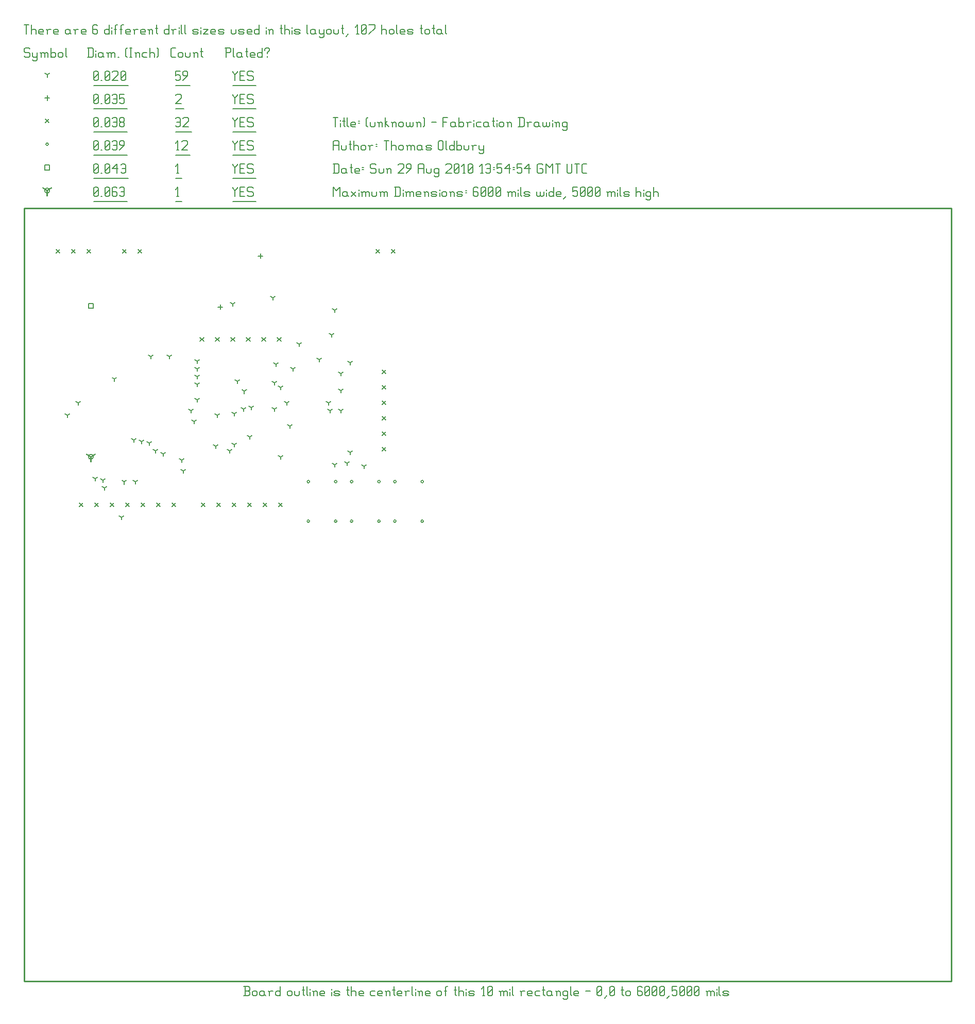
<source format=gbr>
G04 start of page 11 for group -3984 idx -3984 *
G04 Title: (unknown), fab *
G04 Creator: pcb 20091103 *
G04 CreationDate: Sun 29 Aug 2010 13:54:54 GMT UTC *
G04 For: thomas *
G04 Format: Gerber/RS-274X *
G04 PCB-Dimensions: 600000 500000 *
G04 PCB-Coordinate-Origin: lower left *
%MOIN*%
%FSLAX25Y25*%
%LNFAB*%
%ADD11C,0.0100*%
%ADD14C,0.0200*%
%ADD58R,0.0080X0.0080*%
%ADD59C,0.0060*%
G54D58*X43275Y339079D02*Y335879D01*
G54D14*G36*
X42728Y339226D02*X46194Y341226D01*
X46594Y340533D01*
X43128Y338533D01*
X42728Y339226D01*
G37*
G36*
X43421Y338533D02*X39955Y340533D01*
X40355Y341226D01*
X43821Y339226D01*
X43421Y338533D01*
G37*
G54D58*X41675Y339079D02*G75*G03X44875Y339079I1600J0D01*G01*
G75*G03X41675Y339079I-1600J0D01*G01*
X15000Y511250D02*Y508050D01*
G54D14*G36*
X14453Y511396D02*X17919Y513396D01*
X18319Y512703D01*
X14853Y510703D01*
X14453Y511396D01*
G37*
G36*
X15146Y510703D02*X11680Y512703D01*
X12080Y513396D01*
X15546Y511396D01*
X15146Y510703D01*
G37*
G54D58*X13400Y511250D02*G75*G03X16600Y511250I1600J0D01*G01*
G75*G03X13400Y511250I-1600J0D01*G01*
G54D59*X135000Y513500D02*Y512750D01*
X136500Y511250D01*
X138000Y512750D01*
Y513500D02*Y512750D01*
X136500Y511250D02*Y507500D01*
X139801Y510500D02*X142051D01*
X139801Y507500D02*X142801D01*
X139801Y513500D02*Y507500D01*
Y513500D02*X142801D01*
X147603D02*X148353Y512750D01*
X145353Y513500D02*X147603D01*
X144603Y512750D02*X145353Y513500D01*
X144603Y512750D02*Y511250D01*
X145353Y510500D01*
X147603D01*
X148353Y509750D01*
Y508250D01*
X147603Y507500D02*X148353Y508250D01*
X145353Y507500D02*X147603D01*
X144603Y508250D02*X145353Y507500D01*
X135000Y504249D02*X150154D01*
X98750Y507500D02*X100250D01*
X99500Y513500D02*Y507500D01*
X98000Y512000D02*X99500Y513500D01*
X98000Y504249D02*X102051D01*
X45000Y508250D02*X45750Y507500D01*
X45000Y512750D02*Y508250D01*
Y512750D02*X45750Y513500D01*
X47250D01*
X48000Y512750D01*
Y508250D01*
X47250Y507500D02*X48000Y508250D01*
X45750Y507500D02*X47250D01*
X45000Y509000D02*X48000Y512000D01*
X49801Y507500D02*X50551D01*
X52353Y508250D02*X53103Y507500D01*
X52353Y512750D02*Y508250D01*
Y512750D02*X53103Y513500D01*
X54603D01*
X55353Y512750D01*
Y508250D01*
X54603Y507500D02*X55353Y508250D01*
X53103Y507500D02*X54603D01*
X52353Y509000D02*X55353Y512000D01*
X59404Y513500D02*X60154Y512750D01*
X57904Y513500D02*X59404D01*
X57154Y512750D02*X57904Y513500D01*
X57154Y512750D02*Y508250D01*
X57904Y507500D01*
X59404Y510500D02*X60154Y509750D01*
X57154Y510500D02*X59404D01*
X57904Y507500D02*X59404D01*
X60154Y508250D01*
Y509750D02*Y508250D01*
X61956Y512750D02*X62706Y513500D01*
X64206D01*
X64956Y512750D01*
Y508250D01*
X64206Y507500D02*X64956Y508250D01*
X62706Y507500D02*X64206D01*
X61956Y508250D02*X62706Y507500D01*
Y510500D02*X64956D01*
X45000Y504249D02*X66757D01*
X41675Y438317D02*X44875D01*
X41675D02*Y435117D01*
X44875D01*
Y438317D02*Y435117D01*
X13400Y527850D02*X16600D01*
X13400D02*Y524650D01*
X16600D01*
Y527850D02*Y524650D01*
X135000Y528500D02*Y527750D01*
X136500Y526250D01*
X138000Y527750D01*
Y528500D02*Y527750D01*
X136500Y526250D02*Y522500D01*
X139801Y525500D02*X142051D01*
X139801Y522500D02*X142801D01*
X139801Y528500D02*Y522500D01*
Y528500D02*X142801D01*
X147603D02*X148353Y527750D01*
X145353Y528500D02*X147603D01*
X144603Y527750D02*X145353Y528500D01*
X144603Y527750D02*Y526250D01*
X145353Y525500D01*
X147603D01*
X148353Y524750D01*
Y523250D01*
X147603Y522500D02*X148353Y523250D01*
X145353Y522500D02*X147603D01*
X144603Y523250D02*X145353Y522500D01*
X135000Y519249D02*X150154D01*
X98750Y522500D02*X100250D01*
X99500Y528500D02*Y522500D01*
X98000Y527000D02*X99500Y528500D01*
X98000Y519249D02*X102051D01*
X45000Y523250D02*X45750Y522500D01*
X45000Y527750D02*Y523250D01*
Y527750D02*X45750Y528500D01*
X47250D01*
X48000Y527750D01*
Y523250D01*
X47250Y522500D02*X48000Y523250D01*
X45750Y522500D02*X47250D01*
X45000Y524000D02*X48000Y527000D01*
X49801Y522500D02*X50551D01*
X52353Y523250D02*X53103Y522500D01*
X52353Y527750D02*Y523250D01*
Y527750D02*X53103Y528500D01*
X54603D01*
X55353Y527750D01*
Y523250D01*
X54603Y522500D02*X55353Y523250D01*
X53103Y522500D02*X54603D01*
X52353Y524000D02*X55353Y527000D01*
X57154Y525500D02*X60154Y528500D01*
X57154Y525500D02*X60904D01*
X60154Y528500D02*Y522500D01*
X62706Y527750D02*X63456Y528500D01*
X64956D01*
X65706Y527750D01*
Y523250D01*
X64956Y522500D02*X65706Y523250D01*
X63456Y522500D02*X64956D01*
X62706Y523250D02*X63456Y522500D01*
Y525500D02*X65706D01*
X45000Y519249D02*X67507D01*
X183200Y323000D02*G75*G03X184800Y323000I800J0D01*G01*
G75*G03X183200Y323000I-800J0D01*G01*
X200917Y297409D02*G75*G03X202517Y297409I800J0D01*G01*
G75*G03X200917Y297409I-800J0D01*G01*
Y323000D02*G75*G03X202517Y323000I800J0D01*G01*
G75*G03X200917Y323000I-800J0D01*G01*
X183200Y297409D02*G75*G03X184800Y297409I800J0D01*G01*
G75*G03X183200Y297409I-800J0D01*G01*
X211200Y323000D02*G75*G03X212800Y323000I800J0D01*G01*
G75*G03X211200Y323000I-800J0D01*G01*
X228917Y297409D02*G75*G03X230517Y297409I800J0D01*G01*
G75*G03X228917Y297409I-800J0D01*G01*
Y323000D02*G75*G03X230517Y323000I800J0D01*G01*
G75*G03X228917Y323000I-800J0D01*G01*
X211200Y297409D02*G75*G03X212800Y297409I800J0D01*G01*
G75*G03X211200Y297409I-800J0D01*G01*
X239200Y323000D02*G75*G03X240800Y323000I800J0D01*G01*
G75*G03X239200Y323000I-800J0D01*G01*
X256917Y297409D02*G75*G03X258517Y297409I800J0D01*G01*
G75*G03X256917Y297409I-800J0D01*G01*
Y323000D02*G75*G03X258517Y323000I800J0D01*G01*
G75*G03X256917Y323000I-800J0D01*G01*
X239200Y297409D02*G75*G03X240800Y297409I800J0D01*G01*
G75*G03X239200Y297409I-800J0D01*G01*
X14200Y541250D02*G75*G03X15800Y541250I800J0D01*G01*
G75*G03X14200Y541250I-800J0D01*G01*
X135000Y543500D02*Y542750D01*
X136500Y541250D01*
X138000Y542750D01*
Y543500D02*Y542750D01*
X136500Y541250D02*Y537500D01*
X139801Y540500D02*X142051D01*
X139801Y537500D02*X142801D01*
X139801Y543500D02*Y537500D01*
Y543500D02*X142801D01*
X147603D02*X148353Y542750D01*
X145353Y543500D02*X147603D01*
X144603Y542750D02*X145353Y543500D01*
X144603Y542750D02*Y541250D01*
X145353Y540500D01*
X147603D01*
X148353Y539750D01*
Y538250D01*
X147603Y537500D02*X148353Y538250D01*
X145353Y537500D02*X147603D01*
X144603Y538250D02*X145353Y537500D01*
X135000Y534249D02*X150154D01*
X98750Y537500D02*X100250D01*
X99500Y543500D02*Y537500D01*
X98000Y542000D02*X99500Y543500D01*
X102051Y542750D02*X102801Y543500D01*
X105051D01*
X105801Y542750D01*
Y541250D01*
X102051Y537500D02*X105801Y541250D01*
X102051Y537500D02*X105801D01*
X98000Y534249D02*X107603D01*
X45000Y538250D02*X45750Y537500D01*
X45000Y542750D02*Y538250D01*
Y542750D02*X45750Y543500D01*
X47250D01*
X48000Y542750D01*
Y538250D01*
X47250Y537500D02*X48000Y538250D01*
X45750Y537500D02*X47250D01*
X45000Y539000D02*X48000Y542000D01*
X49801Y537500D02*X50551D01*
X52353Y538250D02*X53103Y537500D01*
X52353Y542750D02*Y538250D01*
Y542750D02*X53103Y543500D01*
X54603D01*
X55353Y542750D01*
Y538250D01*
X54603Y537500D02*X55353Y538250D01*
X53103Y537500D02*X54603D01*
X52353Y539000D02*X55353Y542000D01*
X57154Y542750D02*X57904Y543500D01*
X59404D01*
X60154Y542750D01*
Y538250D01*
X59404Y537500D02*X60154Y538250D01*
X57904Y537500D02*X59404D01*
X57154Y538250D02*X57904Y537500D01*
Y540500D02*X60154D01*
X61956Y537500D02*X64956Y540500D01*
Y542750D02*Y540500D01*
X64206Y543500D02*X64956Y542750D01*
X62706Y543500D02*X64206D01*
X61956Y542750D02*X62706Y543500D01*
X61956Y542750D02*Y541250D01*
X62706Y540500D01*
X64956D01*
X45000Y534249D02*X66757D01*
X95800Y309200D02*X98200Y306800D01*
X95800D02*X98200Y309200D01*
X85800D02*X88200Y306800D01*
X85800D02*X88200Y309200D01*
X75800D02*X78200Y306800D01*
X75800D02*X78200Y309200D01*
X65800D02*X68200Y306800D01*
X65800D02*X68200Y309200D01*
X55800D02*X58200Y306800D01*
X55800D02*X58200Y309200D01*
X45800D02*X48200Y306800D01*
X45800D02*X48200Y309200D01*
X35800D02*X38200Y306800D01*
X35800D02*X38200Y309200D01*
X164800D02*X167200Y306800D01*
X164800D02*X167200Y309200D01*
X154800D02*X157200Y306800D01*
X154800D02*X157200Y309200D01*
X144800D02*X147200Y306800D01*
X144800D02*X147200Y309200D01*
X134800D02*X137200Y306800D01*
X134800D02*X137200Y309200D01*
X124800D02*X127200Y306800D01*
X124800D02*X127200Y309200D01*
X114800D02*X117200Y306800D01*
X114800D02*X117200Y309200D01*
X20800Y473200D02*X23200Y470800D01*
X20800D02*X23200Y473200D01*
X30800D02*X33200Y470800D01*
X30800D02*X33200Y473200D01*
X40800D02*X43200Y470800D01*
X40800D02*X43200Y473200D01*
X231800Y345200D02*X234200Y342800D01*
X231800D02*X234200Y345200D01*
X231800Y355200D02*X234200Y352800D01*
X231800D02*X234200Y355200D01*
X231800Y365200D02*X234200Y362800D01*
X231800D02*X234200Y365200D01*
X231800Y375200D02*X234200Y372800D01*
X231800D02*X234200Y375200D01*
X231800Y385200D02*X234200Y382800D01*
X231800D02*X234200Y385200D01*
X231800Y395200D02*X234200Y392800D01*
X231800D02*X234200Y395200D01*
X227800Y473200D02*X230200Y470800D01*
X227800D02*X230200Y473200D01*
X237800D02*X240200Y470800D01*
X237800D02*X240200Y473200D01*
X113933Y416295D02*X116333Y413895D01*
X113933D02*X116333Y416295D01*
X123933D02*X126333Y413895D01*
X123933D02*X126333Y416295D01*
X133933D02*X136333Y413895D01*
X133933D02*X136333Y416295D01*
X143933D02*X146333Y413895D01*
X143933D02*X146333Y416295D01*
X153933D02*X156333Y413895D01*
X153933D02*X156333Y416295D01*
X163933D02*X166333Y413895D01*
X163933D02*X166333Y416295D01*
X63800Y473200D02*X66200Y470800D01*
X63800D02*X66200Y473200D01*
X73800D02*X76200Y470800D01*
X73800D02*X76200Y473200D01*
X13800Y557450D02*X16200Y555050D01*
X13800D02*X16200Y557450D01*
X135000Y558500D02*Y557750D01*
X136500Y556250D01*
X138000Y557750D01*
Y558500D02*Y557750D01*
X136500Y556250D02*Y552500D01*
X139801Y555500D02*X142051D01*
X139801Y552500D02*X142801D01*
X139801Y558500D02*Y552500D01*
Y558500D02*X142801D01*
X147603D02*X148353Y557750D01*
X145353Y558500D02*X147603D01*
X144603Y557750D02*X145353Y558500D01*
X144603Y557750D02*Y556250D01*
X145353Y555500D01*
X147603D01*
X148353Y554750D01*
Y553250D01*
X147603Y552500D02*X148353Y553250D01*
X145353Y552500D02*X147603D01*
X144603Y553250D02*X145353Y552500D01*
X135000Y549249D02*X150154D01*
X98000Y557750D02*X98750Y558500D01*
X100250D01*
X101000Y557750D01*
Y553250D01*
X100250Y552500D02*X101000Y553250D01*
X98750Y552500D02*X100250D01*
X98000Y553250D02*X98750Y552500D01*
Y555500D02*X101000D01*
X102801Y557750D02*X103551Y558500D01*
X105801D01*
X106551Y557750D01*
Y556250D01*
X102801Y552500D02*X106551Y556250D01*
X102801Y552500D02*X106551D01*
X98000Y549249D02*X108353D01*
X45000Y553250D02*X45750Y552500D01*
X45000Y557750D02*Y553250D01*
Y557750D02*X45750Y558500D01*
X47250D01*
X48000Y557750D01*
Y553250D01*
X47250Y552500D02*X48000Y553250D01*
X45750Y552500D02*X47250D01*
X45000Y554000D02*X48000Y557000D01*
X49801Y552500D02*X50551D01*
X52353Y553250D02*X53103Y552500D01*
X52353Y557750D02*Y553250D01*
Y557750D02*X53103Y558500D01*
X54603D01*
X55353Y557750D01*
Y553250D01*
X54603Y552500D02*X55353Y553250D01*
X53103Y552500D02*X54603D01*
X52353Y554000D02*X55353Y557000D01*
X57154Y557750D02*X57904Y558500D01*
X59404D01*
X60154Y557750D01*
Y553250D01*
X59404Y552500D02*X60154Y553250D01*
X57904Y552500D02*X59404D01*
X57154Y553250D02*X57904Y552500D01*
Y555500D02*X60154D01*
X61956Y553250D02*X62706Y552500D01*
X61956Y554750D02*Y553250D01*
Y554750D02*X62706Y555500D01*
X64206D01*
X64956Y554750D01*
Y553250D01*
X64206Y552500D02*X64956Y553250D01*
X62706Y552500D02*X64206D01*
X61956Y556250D02*X62706Y555500D01*
X61956Y557750D02*Y556250D01*
Y557750D02*X62706Y558500D01*
X64206D01*
X64956Y557750D01*
Y556250D01*
X64206Y555500D02*X64956Y556250D01*
X45000Y549249D02*X66757D01*
X153000Y470600D02*Y467400D01*
X151400Y469000D02*X154600D01*
X127000Y437600D02*Y434400D01*
X125400Y436000D02*X128600D01*
X15000Y572850D02*Y569650D01*
X13400Y571250D02*X16600D01*
X135000Y573500D02*Y572750D01*
X136500Y571250D01*
X138000Y572750D01*
Y573500D02*Y572750D01*
X136500Y571250D02*Y567500D01*
X139801Y570500D02*X142051D01*
X139801Y567500D02*X142801D01*
X139801Y573500D02*Y567500D01*
Y573500D02*X142801D01*
X147603D02*X148353Y572750D01*
X145353Y573500D02*X147603D01*
X144603Y572750D02*X145353Y573500D01*
X144603Y572750D02*Y571250D01*
X145353Y570500D01*
X147603D01*
X148353Y569750D01*
Y568250D01*
X147603Y567500D02*X148353Y568250D01*
X145353Y567500D02*X147603D01*
X144603Y568250D02*X145353Y567500D01*
X135000Y564249D02*X150154D01*
X98000Y572750D02*X98750Y573500D01*
X101000D01*
X101750Y572750D01*
Y571250D01*
X98000Y567500D02*X101750Y571250D01*
X98000Y567500D02*X101750D01*
X98000Y564249D02*X103551D01*
X45000Y568250D02*X45750Y567500D01*
X45000Y572750D02*Y568250D01*
Y572750D02*X45750Y573500D01*
X47250D01*
X48000Y572750D01*
Y568250D01*
X47250Y567500D02*X48000Y568250D01*
X45750Y567500D02*X47250D01*
X45000Y569000D02*X48000Y572000D01*
X49801Y567500D02*X50551D01*
X52353Y568250D02*X53103Y567500D01*
X52353Y572750D02*Y568250D01*
Y572750D02*X53103Y573500D01*
X54603D01*
X55353Y572750D01*
Y568250D01*
X54603Y567500D02*X55353Y568250D01*
X53103Y567500D02*X54603D01*
X52353Y569000D02*X55353Y572000D01*
X57154Y572750D02*X57904Y573500D01*
X59404D01*
X60154Y572750D01*
Y568250D01*
X59404Y567500D02*X60154Y568250D01*
X57904Y567500D02*X59404D01*
X57154Y568250D02*X57904Y567500D01*
Y570500D02*X60154D01*
X61956Y573500D02*X64956D01*
X61956D02*Y570500D01*
X62706Y571250D01*
X64206D01*
X64956Y570500D01*
Y568250D01*
X64206Y567500D02*X64956Y568250D01*
X62706Y567500D02*X64206D01*
X61956Y568250D02*X62706Y567500D01*
X45000Y564249D02*X66757D01*
X63000Y300000D02*Y298400D01*
Y300000D02*X64386Y300800D01*
X63000Y300000D02*X61614Y300800D01*
X112000Y376000D02*Y374400D01*
Y376000D02*X113386Y376800D01*
X112000Y376000D02*X110614Y376800D01*
X112000Y386000D02*Y384400D01*
Y386000D02*X113386Y386800D01*
X112000Y386000D02*X110614Y386800D01*
X112000Y391000D02*Y389400D01*
Y391000D02*X113386Y391800D01*
X112000Y391000D02*X110614Y391800D01*
X112000Y396000D02*Y394400D01*
Y396000D02*X113386Y396800D01*
X112000Y396000D02*X110614Y396800D01*
X112000Y401000D02*Y399400D01*
Y401000D02*X113386Y401800D01*
X112000Y401000D02*X110614Y401800D01*
X64882Y322882D02*Y321282D01*
Y322882D02*X66268Y323682D01*
X64882Y322882D02*X63496Y323682D01*
X52000Y319000D02*Y317400D01*
Y319000D02*X53386Y319800D01*
X52000Y319000D02*X50614Y319800D01*
X85000Y343000D02*Y341400D01*
Y343000D02*X86386Y343800D01*
X85000Y343000D02*X83614Y343800D01*
X81000Y348000D02*Y346400D01*
Y348000D02*X82386Y348800D01*
X81000Y348000D02*X79614Y348800D01*
X76000Y349000D02*Y347400D01*
Y349000D02*X77386Y349800D01*
X76000Y349000D02*X74614Y349800D01*
X71000Y350000D02*Y348400D01*
Y350000D02*X72386Y350800D01*
X71000Y350000D02*X69614Y350800D01*
X46000Y325000D02*Y323400D01*
Y325000D02*X47386Y325800D01*
X46000Y325000D02*X44614Y325800D01*
X51000Y324000D02*Y322400D01*
Y324000D02*X52386Y324800D01*
X51000Y324000D02*X49614Y324800D01*
X90000Y341000D02*Y339400D01*
Y341000D02*X91386Y341800D01*
X90000Y341000D02*X88614Y341800D01*
X72000Y323000D02*Y321400D01*
Y323000D02*X73386Y323800D01*
X72000Y323000D02*X70614Y323800D01*
X110000Y362000D02*Y360400D01*
Y362000D02*X111386Y362800D01*
X110000Y362000D02*X108614Y362800D01*
X102000Y337000D02*Y335400D01*
Y337000D02*X103386Y337800D01*
X102000Y337000D02*X100614Y337800D01*
X162000Y370000D02*Y368400D01*
Y370000D02*X163386Y370800D01*
X162000Y370000D02*X160614Y370800D01*
X133000Y343000D02*Y341400D01*
Y343000D02*X134386Y343800D01*
X133000Y343000D02*X131614Y343800D01*
X103000Y330000D02*Y328400D01*
Y330000D02*X104386Y330800D01*
X103000Y330000D02*X101614Y330800D01*
X142000Y370000D02*Y368400D01*
Y370000D02*X143386Y370800D01*
X142000Y370000D02*X140614Y370800D01*
X142595Y381595D02*Y379995D01*
Y381595D02*X143981Y382395D01*
X142595Y381595D02*X141209Y382395D01*
X162000Y387000D02*Y385400D01*
Y387000D02*X163386Y387800D01*
X162000Y387000D02*X160614Y387800D01*
X174000Y396000D02*Y394400D01*
Y396000D02*X175386Y396800D01*
X174000Y396000D02*X172614Y396800D01*
X138000Y388000D02*Y386400D01*
Y388000D02*X139386Y388800D01*
X138000Y388000D02*X136614Y388800D01*
X146000Y352000D02*Y350400D01*
Y352000D02*X147386Y352800D01*
X146000Y352000D02*X144614Y352800D01*
X94000Y404000D02*Y402400D01*
Y404000D02*X95386Y404800D01*
X94000Y404000D02*X92614Y404800D01*
X82000Y404000D02*Y402400D01*
Y404000D02*X83386Y404800D01*
X82000Y404000D02*X80614Y404800D01*
X136000Y367000D02*Y365400D01*
Y367000D02*X137386Y367800D01*
X136000Y367000D02*X134614Y367800D01*
X170000Y374000D02*Y372400D01*
Y374000D02*X171386Y374800D01*
X170000Y374000D02*X168614Y374800D01*
X58472Y389472D02*Y387872D01*
Y389472D02*X59858Y390272D01*
X58472Y389472D02*X57086Y390272D01*
X28000Y366000D02*Y364400D01*
Y366000D02*X29386Y366800D01*
X28000Y366000D02*X26614Y366800D01*
X35000Y374000D02*Y372400D01*
Y374000D02*X36386Y374800D01*
X35000Y374000D02*X33614Y374800D01*
X108000Y369000D02*Y367400D01*
Y369000D02*X109386Y369800D01*
X108000Y369000D02*X106614Y369800D01*
X211000Y400000D02*Y398400D01*
Y400000D02*X212386Y400800D01*
X211000Y400000D02*X209614Y400800D01*
X147000Y371000D02*Y369400D01*
Y371000D02*X148386Y371800D01*
X147000Y371000D02*X145614Y371800D01*
X166000Y384000D02*Y382400D01*
Y384000D02*X167386Y384800D01*
X166000Y384000D02*X164614Y384800D01*
X166000Y339000D02*Y337400D01*
Y339000D02*X167386Y339800D01*
X166000Y339000D02*X164614Y339800D01*
X172000Y359000D02*Y357400D01*
Y359000D02*X173386Y359800D01*
X172000Y359000D02*X170614Y359800D01*
X125000Y366000D02*Y364400D01*
Y366000D02*X126386Y366800D01*
X125000Y366000D02*X123614Y366800D01*
X124000Y346000D02*Y344400D01*
Y346000D02*X125386Y346800D01*
X124000Y346000D02*X122614Y346800D01*
X205000Y393000D02*Y391400D01*
Y393000D02*X206386Y393800D01*
X205000Y393000D02*X203614Y393800D01*
X205000Y382000D02*Y380400D01*
Y382000D02*X206386Y382800D01*
X205000Y382000D02*X203614Y382800D01*
X178000Y412000D02*Y410400D01*
Y412000D02*X179386Y412800D01*
X178000Y412000D02*X176614Y412800D01*
X199000Y418000D02*Y416400D01*
Y418000D02*X200386Y418800D01*
X199000Y418000D02*X197614Y418800D01*
X211000Y342000D02*Y340400D01*
Y342000D02*X212386Y342800D01*
X211000Y342000D02*X209614Y342800D01*
X201000Y434000D02*Y432400D01*
Y434000D02*X202386Y434800D01*
X201000Y434000D02*X199614Y434800D01*
X220000Y333000D02*Y331400D01*
Y333000D02*X221386Y333800D01*
X220000Y333000D02*X218614Y333800D01*
X205000Y369000D02*Y367400D01*
Y369000D02*X206386Y369800D01*
X205000Y369000D02*X203614Y369800D01*
X198000Y369000D02*Y367400D01*
Y369000D02*X199386Y369800D01*
X198000Y369000D02*X196614Y369800D01*
X136000Y347000D02*Y345400D01*
Y347000D02*X137386Y347800D01*
X136000Y347000D02*X134614Y347800D01*
X197000Y374000D02*Y372400D01*
Y374000D02*X198386Y374800D01*
X197000Y374000D02*X195614Y374800D01*
X209000Y335000D02*Y333400D01*
Y335000D02*X210386Y335800D01*
X209000Y335000D02*X207614Y335800D01*
X201000Y334000D02*Y332400D01*
Y334000D02*X202386Y334800D01*
X201000Y334000D02*X199614Y334800D01*
X191000Y402000D02*Y400400D01*
Y402000D02*X192386Y402800D01*
X191000Y402000D02*X189614Y402800D01*
X135000Y438000D02*Y436400D01*
Y438000D02*X136386Y438800D01*
X135000Y438000D02*X133614Y438800D01*
X161000Y442000D02*Y440400D01*
Y442000D02*X162386Y442800D01*
X161000Y442000D02*X159614Y442800D01*
X163000Y399000D02*Y397400D01*
Y399000D02*X164386Y399800D01*
X163000Y399000D02*X161614Y399800D01*
X15000Y586250D02*Y584650D01*
Y586250D02*X16386Y587050D01*
X15000Y586250D02*X13614Y587050D01*
X135000Y588500D02*Y587750D01*
X136500Y586250D01*
X138000Y587750D01*
Y588500D02*Y587750D01*
X136500Y586250D02*Y582500D01*
X139801Y585500D02*X142051D01*
X139801Y582500D02*X142801D01*
X139801Y588500D02*Y582500D01*
Y588500D02*X142801D01*
X147603D02*X148353Y587750D01*
X145353Y588500D02*X147603D01*
X144603Y587750D02*X145353Y588500D01*
X144603Y587750D02*Y586250D01*
X145353Y585500D01*
X147603D01*
X148353Y584750D01*
Y583250D01*
X147603Y582500D02*X148353Y583250D01*
X145353Y582500D02*X147603D01*
X144603Y583250D02*X145353Y582500D01*
X135000Y579249D02*X150154D01*
X98000Y588500D02*X101000D01*
X98000D02*Y585500D01*
X98750Y586250D01*
X100250D01*
X101000Y585500D01*
Y583250D01*
X100250Y582500D02*X101000Y583250D01*
X98750Y582500D02*X100250D01*
X98000Y583250D02*X98750Y582500D01*
X102801D02*X105801Y585500D01*
Y587750D02*Y585500D01*
X105051Y588500D02*X105801Y587750D01*
X103551Y588500D02*X105051D01*
X102801Y587750D02*X103551Y588500D01*
X102801Y587750D02*Y586250D01*
X103551Y585500D01*
X105801D01*
X98000Y579249D02*X107603D01*
X45000Y583250D02*X45750Y582500D01*
X45000Y587750D02*Y583250D01*
Y587750D02*X45750Y588500D01*
X47250D01*
X48000Y587750D01*
Y583250D01*
X47250Y582500D02*X48000Y583250D01*
X45750Y582500D02*X47250D01*
X45000Y584000D02*X48000Y587000D01*
X49801Y582500D02*X50551D01*
X52353Y583250D02*X53103Y582500D01*
X52353Y587750D02*Y583250D01*
Y587750D02*X53103Y588500D01*
X54603D01*
X55353Y587750D01*
Y583250D01*
X54603Y582500D02*X55353Y583250D01*
X53103Y582500D02*X54603D01*
X52353Y584000D02*X55353Y587000D01*
X57154Y587750D02*X57904Y588500D01*
X60154D01*
X60904Y587750D01*
Y586250D01*
X57154Y582500D02*X60904Y586250D01*
X57154Y582500D02*X60904D01*
X62706Y583250D02*X63456Y582500D01*
X62706Y587750D02*Y583250D01*
Y587750D02*X63456Y588500D01*
X64956D01*
X65706Y587750D01*
Y583250D01*
X64956Y582500D02*X65706Y583250D01*
X63456Y582500D02*X64956D01*
X62706Y584000D02*X65706Y587000D01*
X45000Y579249D02*X67507D01*
X3000Y603500D02*X3750Y602750D01*
X750Y603500D02*X3000D01*
X0Y602750D02*X750Y603500D01*
X0Y602750D02*Y601250D01*
X750Y600500D01*
X3000D01*
X3750Y599750D01*
Y598250D01*
X3000Y597500D02*X3750Y598250D01*
X750Y597500D02*X3000D01*
X0Y598250D02*X750Y597500D01*
X5551Y600500D02*Y598250D01*
X6301Y597500D01*
X8551Y600500D02*Y596000D01*
X7801Y595250D02*X8551Y596000D01*
X6301Y595250D02*X7801D01*
X5551Y596000D02*X6301Y595250D01*
Y597500D02*X7801D01*
X8551Y598250D01*
X11103Y599750D02*Y597500D01*
Y599750D02*X11853Y600500D01*
X12603D01*
X13353Y599750D01*
Y597500D01*
Y599750D02*X14103Y600500D01*
X14853D01*
X15603Y599750D01*
Y597500D01*
X10353Y600500D02*X11103Y599750D01*
X17404Y603500D02*Y597500D01*
Y598250D02*X18154Y597500D01*
X19654D01*
X20404Y598250D01*
Y599750D02*Y598250D01*
X19654Y600500D02*X20404Y599750D01*
X18154Y600500D02*X19654D01*
X17404Y599750D02*X18154Y600500D01*
X22206Y599750D02*Y598250D01*
Y599750D02*X22956Y600500D01*
X24456D01*
X25206Y599750D01*
Y598250D01*
X24456Y597500D02*X25206Y598250D01*
X22956Y597500D02*X24456D01*
X22206Y598250D02*X22956Y597500D01*
X27007Y603500D02*Y598250D01*
X27757Y597500D01*
X41750Y603500D02*Y597500D01*
X44000Y603500D02*X44750Y602750D01*
Y598250D01*
X44000Y597500D02*X44750Y598250D01*
X41000Y597500D02*X44000D01*
X41000Y603500D02*X44000D01*
X46551Y602000D02*Y601250D01*
Y599750D02*Y597500D01*
X50303Y600500D02*X51053Y599750D01*
X48803Y600500D02*X50303D01*
X48053Y599750D02*X48803Y600500D01*
X48053Y599750D02*Y598250D01*
X48803Y597500D01*
X51053Y600500D02*Y598250D01*
X51803Y597500D01*
X48803D02*X50303D01*
X51053Y598250D01*
X54354Y599750D02*Y597500D01*
Y599750D02*X55104Y600500D01*
X55854D01*
X56604Y599750D01*
Y597500D01*
Y599750D02*X57354Y600500D01*
X58104D01*
X58854Y599750D01*
Y597500D01*
X53604Y600500D02*X54354Y599750D01*
X60656Y597500D02*X61406D01*
X65907Y598250D02*X66657Y597500D01*
X65907Y602750D02*X66657Y603500D01*
X65907Y602750D02*Y598250D01*
X68459Y603500D02*X69959D01*
X69209D02*Y597500D01*
X68459D02*X69959D01*
X72510Y599750D02*Y597500D01*
Y599750D02*X73260Y600500D01*
X74010D01*
X74760Y599750D01*
Y597500D01*
X71760Y600500D02*X72510Y599750D01*
X77312Y600500D02*X79562D01*
X76562Y599750D02*X77312Y600500D01*
X76562Y599750D02*Y598250D01*
X77312Y597500D01*
X79562D01*
X81363Y603500D02*Y597500D01*
Y599750D02*X82113Y600500D01*
X83613D01*
X84363Y599750D01*
Y597500D01*
X86165Y603500D02*X86915Y602750D01*
Y598250D01*
X86165Y597500D02*X86915Y598250D01*
X95750Y597500D02*X98000D01*
X95000Y598250D02*X95750Y597500D01*
X95000Y602750D02*Y598250D01*
Y602750D02*X95750Y603500D01*
X98000D01*
X99801Y599750D02*Y598250D01*
Y599750D02*X100551Y600500D01*
X102051D01*
X102801Y599750D01*
Y598250D01*
X102051Y597500D02*X102801Y598250D01*
X100551Y597500D02*X102051D01*
X99801Y598250D02*X100551Y597500D01*
X104603Y600500D02*Y598250D01*
X105353Y597500D01*
X106853D01*
X107603Y598250D01*
Y600500D02*Y598250D01*
X110154Y599750D02*Y597500D01*
Y599750D02*X110904Y600500D01*
X111654D01*
X112404Y599750D01*
Y597500D01*
X109404Y600500D02*X110154Y599750D01*
X114956Y603500D02*Y598250D01*
X115706Y597500D01*
X114206Y601250D02*X115706D01*
X130750Y603500D02*Y597500D01*
X130000Y603500D02*X133000D01*
X133750Y602750D01*
Y601250D01*
X133000Y600500D02*X133750Y601250D01*
X130750Y600500D02*X133000D01*
X135551Y603500D02*Y598250D01*
X136301Y597500D01*
X140053Y600500D02*X140803Y599750D01*
X138553Y600500D02*X140053D01*
X137803Y599750D02*X138553Y600500D01*
X137803Y599750D02*Y598250D01*
X138553Y597500D01*
X140803Y600500D02*Y598250D01*
X141553Y597500D01*
X138553D02*X140053D01*
X140803Y598250D01*
X144104Y603500D02*Y598250D01*
X144854Y597500D01*
X143354Y601250D02*X144854D01*
X147106Y597500D02*X149356D01*
X146356Y598250D02*X147106Y597500D01*
X146356Y599750D02*Y598250D01*
Y599750D02*X147106Y600500D01*
X148606D01*
X149356Y599750D01*
X146356Y599000D02*X149356D01*
Y599750D02*Y599000D01*
X154157Y603500D02*Y597500D01*
X153407D02*X154157Y598250D01*
X151907Y597500D02*X153407D01*
X151157Y598250D02*X151907Y597500D01*
X151157Y599750D02*Y598250D01*
Y599750D02*X151907Y600500D01*
X153407D01*
X154157Y599750D01*
X157459Y600500D02*Y599750D01*
Y598250D02*Y597500D01*
X155959Y602750D02*Y602000D01*
Y602750D02*X156709Y603500D01*
X158209D01*
X158959Y602750D01*
Y602000D01*
X157459Y600500D02*X158959Y602000D01*
X0Y618500D02*X3000D01*
X1500D02*Y612500D01*
X4801Y618500D02*Y612500D01*
Y614750D02*X5551Y615500D01*
X7051D01*
X7801Y614750D01*
Y612500D01*
X10353D02*X12603D01*
X9603Y613250D02*X10353Y612500D01*
X9603Y614750D02*Y613250D01*
Y614750D02*X10353Y615500D01*
X11853D01*
X12603Y614750D01*
X9603Y614000D02*X12603D01*
Y614750D02*Y614000D01*
X15154Y614750D02*Y612500D01*
Y614750D02*X15904Y615500D01*
X17404D01*
X14404D02*X15154Y614750D01*
X19956Y612500D02*X22206D01*
X19206Y613250D02*X19956Y612500D01*
X19206Y614750D02*Y613250D01*
Y614750D02*X19956Y615500D01*
X21456D01*
X22206Y614750D01*
X19206Y614000D02*X22206D01*
Y614750D02*Y614000D01*
X28957Y615500D02*X29707Y614750D01*
X27457Y615500D02*X28957D01*
X26707Y614750D02*X27457Y615500D01*
X26707Y614750D02*Y613250D01*
X27457Y612500D01*
X29707Y615500D02*Y613250D01*
X30457Y612500D01*
X27457D02*X28957D01*
X29707Y613250D01*
X33009Y614750D02*Y612500D01*
Y614750D02*X33759Y615500D01*
X35259D01*
X32259D02*X33009Y614750D01*
X37810Y612500D02*X40060D01*
X37060Y613250D02*X37810Y612500D01*
X37060Y614750D02*Y613250D01*
Y614750D02*X37810Y615500D01*
X39310D01*
X40060Y614750D01*
X37060Y614000D02*X40060D01*
Y614750D02*Y614000D01*
X46812Y618500D02*X47562Y617750D01*
X45312Y618500D02*X46812D01*
X44562Y617750D02*X45312Y618500D01*
X44562Y617750D02*Y613250D01*
X45312Y612500D01*
X46812Y615500D02*X47562Y614750D01*
X44562Y615500D02*X46812D01*
X45312Y612500D02*X46812D01*
X47562Y613250D01*
Y614750D02*Y613250D01*
X55063Y618500D02*Y612500D01*
X54313D02*X55063Y613250D01*
X52813Y612500D02*X54313D01*
X52063Y613250D02*X52813Y612500D01*
X52063Y614750D02*Y613250D01*
Y614750D02*X52813Y615500D01*
X54313D01*
X55063Y614750D01*
X56865Y617000D02*Y616250D01*
Y614750D02*Y612500D01*
X59116Y617750D02*Y612500D01*
Y617750D02*X59866Y618500D01*
X60616D01*
X58366Y615500D02*X59866D01*
X62868Y617750D02*Y612500D01*
Y617750D02*X63618Y618500D01*
X64368D01*
X62118Y615500D02*X63618D01*
X66619Y612500D02*X68869D01*
X65869Y613250D02*X66619Y612500D01*
X65869Y614750D02*Y613250D01*
Y614750D02*X66619Y615500D01*
X68119D01*
X68869Y614750D01*
X65869Y614000D02*X68869D01*
Y614750D02*Y614000D01*
X71421Y614750D02*Y612500D01*
Y614750D02*X72171Y615500D01*
X73671D01*
X70671D02*X71421Y614750D01*
X76222Y612500D02*X78472D01*
X75472Y613250D02*X76222Y612500D01*
X75472Y614750D02*Y613250D01*
Y614750D02*X76222Y615500D01*
X77722D01*
X78472Y614750D01*
X75472Y614000D02*X78472D01*
Y614750D02*Y614000D01*
X81024Y614750D02*Y612500D01*
Y614750D02*X81774Y615500D01*
X82524D01*
X83274Y614750D01*
Y612500D01*
X80274Y615500D02*X81024Y614750D01*
X85825Y618500D02*Y613250D01*
X86575Y612500D01*
X85075Y616250D02*X86575D01*
X93777Y618500D02*Y612500D01*
X93027D02*X93777Y613250D01*
X91527Y612500D02*X93027D01*
X90777Y613250D02*X91527Y612500D01*
X90777Y614750D02*Y613250D01*
Y614750D02*X91527Y615500D01*
X93027D01*
X93777Y614750D01*
X96328D02*Y612500D01*
Y614750D02*X97078Y615500D01*
X98578D01*
X95578D02*X96328Y614750D01*
X100380Y617000D02*Y616250D01*
Y614750D02*Y612500D01*
X101881Y618500D02*Y613250D01*
X102631Y612500D01*
X104133Y618500D02*Y613250D01*
X104883Y612500D01*
X109834D02*X112084D01*
X112834Y613250D01*
X112084Y614000D02*X112834Y613250D01*
X109834Y614000D02*X112084D01*
X109084Y614750D02*X109834Y614000D01*
X109084Y614750D02*X109834Y615500D01*
X112084D01*
X112834Y614750D01*
X109084Y613250D02*X109834Y612500D01*
X114636Y617000D02*Y616250D01*
Y614750D02*Y612500D01*
X116137Y615500D02*X119137D01*
X116137Y612500D02*X119137Y615500D01*
X116137Y612500D02*X119137D01*
X121689D02*X123939D01*
X120939Y613250D02*X121689Y612500D01*
X120939Y614750D02*Y613250D01*
Y614750D02*X121689Y615500D01*
X123189D01*
X123939Y614750D01*
X120939Y614000D02*X123939D01*
Y614750D02*Y614000D01*
X126490Y612500D02*X128740D01*
X129490Y613250D01*
X128740Y614000D02*X129490Y613250D01*
X126490Y614000D02*X128740D01*
X125740Y614750D02*X126490Y614000D01*
X125740Y614750D02*X126490Y615500D01*
X128740D01*
X129490Y614750D01*
X125740Y613250D02*X126490Y612500D01*
X133992Y615500D02*Y613250D01*
X134742Y612500D01*
X136242D01*
X136992Y613250D01*
Y615500D02*Y613250D01*
X139543Y612500D02*X141793D01*
X142543Y613250D01*
X141793Y614000D02*X142543Y613250D01*
X139543Y614000D02*X141793D01*
X138793Y614750D02*X139543Y614000D01*
X138793Y614750D02*X139543Y615500D01*
X141793D01*
X142543Y614750D01*
X138793Y613250D02*X139543Y612500D01*
X145095D02*X147345D01*
X144345Y613250D02*X145095Y612500D01*
X144345Y614750D02*Y613250D01*
Y614750D02*X145095Y615500D01*
X146595D01*
X147345Y614750D01*
X144345Y614000D02*X147345D01*
Y614750D02*Y614000D01*
X152146Y618500D02*Y612500D01*
X151396D02*X152146Y613250D01*
X149896Y612500D02*X151396D01*
X149146Y613250D02*X149896Y612500D01*
X149146Y614750D02*Y613250D01*
Y614750D02*X149896Y615500D01*
X151396D01*
X152146Y614750D01*
X156648Y617000D02*Y616250D01*
Y614750D02*Y612500D01*
X158899Y614750D02*Y612500D01*
Y614750D02*X159649Y615500D01*
X160399D01*
X161149Y614750D01*
Y612500D01*
X158149Y615500D02*X158899Y614750D01*
X166401Y618500D02*Y613250D01*
X167151Y612500D01*
X165651Y616250D02*X167151D01*
X168652Y618500D02*Y612500D01*
Y614750D02*X169402Y615500D01*
X170902D01*
X171652Y614750D01*
Y612500D01*
X173454Y617000D02*Y616250D01*
Y614750D02*Y612500D01*
X175705D02*X177955D01*
X178705Y613250D01*
X177955Y614000D02*X178705Y613250D01*
X175705Y614000D02*X177955D01*
X174955Y614750D02*X175705Y614000D01*
X174955Y614750D02*X175705Y615500D01*
X177955D01*
X178705Y614750D01*
X174955Y613250D02*X175705Y612500D01*
X183207Y618500D02*Y613250D01*
X183957Y612500D01*
X187708Y615500D02*X188458Y614750D01*
X186208Y615500D02*X187708D01*
X185458Y614750D02*X186208Y615500D01*
X185458Y614750D02*Y613250D01*
X186208Y612500D01*
X188458Y615500D02*Y613250D01*
X189208Y612500D01*
X186208D02*X187708D01*
X188458Y613250D01*
X191010Y615500D02*Y613250D01*
X191760Y612500D01*
X194010Y615500D02*Y611000D01*
X193260Y610250D02*X194010Y611000D01*
X191760Y610250D02*X193260D01*
X191010Y611000D02*X191760Y610250D01*
Y612500D02*X193260D01*
X194010Y613250D01*
X195811Y614750D02*Y613250D01*
Y614750D02*X196561Y615500D01*
X198061D01*
X198811Y614750D01*
Y613250D01*
X198061Y612500D02*X198811Y613250D01*
X196561Y612500D02*X198061D01*
X195811Y613250D02*X196561Y612500D01*
X200613Y615500D02*Y613250D01*
X201363Y612500D01*
X202863D01*
X203613Y613250D01*
Y615500D02*Y613250D01*
X206164Y618500D02*Y613250D01*
X206914Y612500D01*
X205414Y616250D02*X206914D01*
X208416Y611000D02*X209916Y612500D01*
X215167D02*X216667D01*
X215917Y618500D02*Y612500D01*
X214417Y617000D02*X215917Y618500D01*
X218469Y613250D02*X219219Y612500D01*
X218469Y617750D02*Y613250D01*
Y617750D02*X219219Y618500D01*
X220719D01*
X221469Y617750D01*
Y613250D01*
X220719Y612500D02*X221469Y613250D01*
X219219Y612500D02*X220719D01*
X218469Y614000D02*X221469Y617000D01*
X223270Y612500D02*X227020Y616250D01*
Y618500D02*Y616250D01*
X223270Y618500D02*X227020D01*
X231522D02*Y612500D01*
Y614750D02*X232272Y615500D01*
X233772D01*
X234522Y614750D01*
Y612500D01*
X236323Y614750D02*Y613250D01*
Y614750D02*X237073Y615500D01*
X238573D01*
X239323Y614750D01*
Y613250D01*
X238573Y612500D02*X239323Y613250D01*
X237073Y612500D02*X238573D01*
X236323Y613250D02*X237073Y612500D01*
X241125Y618500D02*Y613250D01*
X241875Y612500D01*
X244126D02*X246376D01*
X243376Y613250D02*X244126Y612500D01*
X243376Y614750D02*Y613250D01*
Y614750D02*X244126Y615500D01*
X245626D01*
X246376Y614750D01*
X243376Y614000D02*X246376D01*
Y614750D02*Y614000D01*
X248928Y612500D02*X251178D01*
X251928Y613250D01*
X251178Y614000D02*X251928Y613250D01*
X248928Y614000D02*X251178D01*
X248178Y614750D02*X248928Y614000D01*
X248178Y614750D02*X248928Y615500D01*
X251178D01*
X251928Y614750D01*
X248178Y613250D02*X248928Y612500D01*
X257179Y618500D02*Y613250D01*
X257929Y612500D01*
X256429Y616250D02*X257929D01*
X259431Y614750D02*Y613250D01*
Y614750D02*X260181Y615500D01*
X261681D01*
X262431Y614750D01*
Y613250D01*
X261681Y612500D02*X262431Y613250D01*
X260181Y612500D02*X261681D01*
X259431Y613250D02*X260181Y612500D01*
X264982Y618500D02*Y613250D01*
X265732Y612500D01*
X264232Y616250D02*X265732D01*
X269484Y615500D02*X270234Y614750D01*
X267984Y615500D02*X269484D01*
X267234Y614750D02*X267984Y615500D01*
X267234Y614750D02*Y613250D01*
X267984Y612500D01*
X270234Y615500D02*Y613250D01*
X270984Y612500D01*
X267984D02*X269484D01*
X270234Y613250D01*
X272785Y618500D02*Y613250D01*
X273535Y612500D01*
G54D11*X0Y500000D02*X600000D01*
X0D02*Y0D01*
X600000Y500000D02*Y0D01*
X0D02*X600000D01*
G54D59*X200000Y513500D02*Y507500D01*
Y513500D02*X202250Y511250D01*
X204500Y513500D01*
Y507500D01*
X208551Y510500D02*X209301Y509750D01*
X207051Y510500D02*X208551D01*
X206301Y509750D02*X207051Y510500D01*
X206301Y509750D02*Y508250D01*
X207051Y507500D01*
X209301Y510500D02*Y508250D01*
X210051Y507500D01*
X207051D02*X208551D01*
X209301Y508250D01*
X211853Y510500D02*X214853Y507500D01*
X211853D02*X214853Y510500D01*
X216654Y512000D02*Y511250D01*
Y509750D02*Y507500D01*
X218906Y509750D02*Y507500D01*
Y509750D02*X219656Y510500D01*
X220406D01*
X221156Y509750D01*
Y507500D01*
Y509750D02*X221906Y510500D01*
X222656D01*
X223406Y509750D01*
Y507500D01*
X218156Y510500D02*X218906Y509750D01*
X225207Y510500D02*Y508250D01*
X225957Y507500D01*
X227457D01*
X228207Y508250D01*
Y510500D02*Y508250D01*
X230759Y509750D02*Y507500D01*
Y509750D02*X231509Y510500D01*
X232259D01*
X233009Y509750D01*
Y507500D01*
Y509750D02*X233759Y510500D01*
X234509D01*
X235259Y509750D01*
Y507500D01*
X230009Y510500D02*X230759Y509750D01*
X240510Y513500D02*Y507500D01*
X242760Y513500D02*X243510Y512750D01*
Y508250D01*
X242760Y507500D02*X243510Y508250D01*
X239760Y507500D02*X242760D01*
X239760Y513500D02*X242760D01*
X245312Y512000D02*Y511250D01*
Y509750D02*Y507500D01*
X247563Y509750D02*Y507500D01*
Y509750D02*X248313Y510500D01*
X249063D01*
X249813Y509750D01*
Y507500D01*
Y509750D02*X250563Y510500D01*
X251313D01*
X252063Y509750D01*
Y507500D01*
X246813Y510500D02*X247563Y509750D01*
X254615Y507500D02*X256865D01*
X253865Y508250D02*X254615Y507500D01*
X253865Y509750D02*Y508250D01*
Y509750D02*X254615Y510500D01*
X256115D01*
X256865Y509750D01*
X253865Y509000D02*X256865D01*
Y509750D02*Y509000D01*
X259416Y509750D02*Y507500D01*
Y509750D02*X260166Y510500D01*
X260916D01*
X261666Y509750D01*
Y507500D01*
X258666Y510500D02*X259416Y509750D01*
X264218Y507500D02*X266468D01*
X267218Y508250D01*
X266468Y509000D02*X267218Y508250D01*
X264218Y509000D02*X266468D01*
X263468Y509750D02*X264218Y509000D01*
X263468Y509750D02*X264218Y510500D01*
X266468D01*
X267218Y509750D01*
X263468Y508250D02*X264218Y507500D01*
X269019Y512000D02*Y511250D01*
Y509750D02*Y507500D01*
X270521Y509750D02*Y508250D01*
Y509750D02*X271271Y510500D01*
X272771D01*
X273521Y509750D01*
Y508250D01*
X272771Y507500D02*X273521Y508250D01*
X271271Y507500D02*X272771D01*
X270521Y508250D02*X271271Y507500D01*
X276072Y509750D02*Y507500D01*
Y509750D02*X276822Y510500D01*
X277572D01*
X278322Y509750D01*
Y507500D01*
X275322Y510500D02*X276072Y509750D01*
X280874Y507500D02*X283124D01*
X283874Y508250D01*
X283124Y509000D02*X283874Y508250D01*
X280874Y509000D02*X283124D01*
X280124Y509750D02*X280874Y509000D01*
X280124Y509750D02*X280874Y510500D01*
X283124D01*
X283874Y509750D01*
X280124Y508250D02*X280874Y507500D01*
X285675Y511250D02*X286425D01*
X285675Y509750D02*X286425D01*
X293177Y513500D02*X293927Y512750D01*
X291677Y513500D02*X293177D01*
X290927Y512750D02*X291677Y513500D01*
X290927Y512750D02*Y508250D01*
X291677Y507500D01*
X293177Y510500D02*X293927Y509750D01*
X290927Y510500D02*X293177D01*
X291677Y507500D02*X293177D01*
X293927Y508250D01*
Y509750D02*Y508250D01*
X295728D02*X296478Y507500D01*
X295728Y512750D02*Y508250D01*
Y512750D02*X296478Y513500D01*
X297978D01*
X298728Y512750D01*
Y508250D01*
X297978Y507500D02*X298728Y508250D01*
X296478Y507500D02*X297978D01*
X295728Y509000D02*X298728Y512000D01*
X300530Y508250D02*X301280Y507500D01*
X300530Y512750D02*Y508250D01*
Y512750D02*X301280Y513500D01*
X302780D01*
X303530Y512750D01*
Y508250D01*
X302780Y507500D02*X303530Y508250D01*
X301280Y507500D02*X302780D01*
X300530Y509000D02*X303530Y512000D01*
X305331Y508250D02*X306081Y507500D01*
X305331Y512750D02*Y508250D01*
Y512750D02*X306081Y513500D01*
X307581D01*
X308331Y512750D01*
Y508250D01*
X307581Y507500D02*X308331Y508250D01*
X306081Y507500D02*X307581D01*
X305331Y509000D02*X308331Y512000D01*
X313583Y509750D02*Y507500D01*
Y509750D02*X314333Y510500D01*
X315083D01*
X315833Y509750D01*
Y507500D01*
Y509750D02*X316583Y510500D01*
X317333D01*
X318083Y509750D01*
Y507500D01*
X312833Y510500D02*X313583Y509750D01*
X319884Y512000D02*Y511250D01*
Y509750D02*Y507500D01*
X321386Y513500D02*Y508250D01*
X322136Y507500D01*
X324387D02*X326637D01*
X327387Y508250D01*
X326637Y509000D02*X327387Y508250D01*
X324387Y509000D02*X326637D01*
X323637Y509750D02*X324387Y509000D01*
X323637Y509750D02*X324387Y510500D01*
X326637D01*
X327387Y509750D01*
X323637Y508250D02*X324387Y507500D01*
X331889Y510500D02*Y508250D01*
X332639Y507500D01*
X333389D01*
X334139Y508250D01*
Y510500D02*Y508250D01*
X334889Y507500D01*
X335639D01*
X336389Y508250D01*
Y510500D02*Y508250D01*
X338190Y512000D02*Y511250D01*
Y509750D02*Y507500D01*
X342692Y513500D02*Y507500D01*
X341942D02*X342692Y508250D01*
X340442Y507500D02*X341942D01*
X339692Y508250D02*X340442Y507500D01*
X339692Y509750D02*Y508250D01*
Y509750D02*X340442Y510500D01*
X341942D01*
X342692Y509750D01*
X345243Y507500D02*X347493D01*
X344493Y508250D02*X345243Y507500D01*
X344493Y509750D02*Y508250D01*
Y509750D02*X345243Y510500D01*
X346743D01*
X347493Y509750D01*
X344493Y509000D02*X347493D01*
Y509750D02*Y509000D01*
X349295Y506000D02*X350795Y507500D01*
X355296Y513500D02*X358296D01*
X355296D02*Y510500D01*
X356046Y511250D01*
X357546D01*
X358296Y510500D01*
Y508250D01*
X357546Y507500D02*X358296Y508250D01*
X356046Y507500D02*X357546D01*
X355296Y508250D02*X356046Y507500D01*
X360098Y508250D02*X360848Y507500D01*
X360098Y512750D02*Y508250D01*
Y512750D02*X360848Y513500D01*
X362348D01*
X363098Y512750D01*
Y508250D01*
X362348Y507500D02*X363098Y508250D01*
X360848Y507500D02*X362348D01*
X360098Y509000D02*X363098Y512000D01*
X364899Y508250D02*X365649Y507500D01*
X364899Y512750D02*Y508250D01*
Y512750D02*X365649Y513500D01*
X367149D01*
X367899Y512750D01*
Y508250D01*
X367149Y507500D02*X367899Y508250D01*
X365649Y507500D02*X367149D01*
X364899Y509000D02*X367899Y512000D01*
X369701Y508250D02*X370451Y507500D01*
X369701Y512750D02*Y508250D01*
Y512750D02*X370451Y513500D01*
X371951D01*
X372701Y512750D01*
Y508250D01*
X371951Y507500D02*X372701Y508250D01*
X370451Y507500D02*X371951D01*
X369701Y509000D02*X372701Y512000D01*
X377952Y509750D02*Y507500D01*
Y509750D02*X378702Y510500D01*
X379452D01*
X380202Y509750D01*
Y507500D01*
Y509750D02*X380952Y510500D01*
X381702D01*
X382452Y509750D01*
Y507500D01*
X377202Y510500D02*X377952Y509750D01*
X384254Y512000D02*Y511250D01*
Y509750D02*Y507500D01*
X385755Y513500D02*Y508250D01*
X386505Y507500D01*
X388757D02*X391007D01*
X391757Y508250D01*
X391007Y509000D02*X391757Y508250D01*
X388757Y509000D02*X391007D01*
X388007Y509750D02*X388757Y509000D01*
X388007Y509750D02*X388757Y510500D01*
X391007D01*
X391757Y509750D01*
X388007Y508250D02*X388757Y507500D01*
X396258Y513500D02*Y507500D01*
Y509750D02*X397008Y510500D01*
X398508D01*
X399258Y509750D01*
Y507500D01*
X401060Y512000D02*Y511250D01*
Y509750D02*Y507500D01*
X404811Y510500D02*X405561Y509750D01*
X403311Y510500D02*X404811D01*
X402561Y509750D02*X403311Y510500D01*
X402561Y509750D02*Y508250D01*
X403311Y507500D01*
X404811D01*
X405561Y508250D01*
X402561Y506000D02*X403311Y505250D01*
X404811D01*
X405561Y506000D01*
Y510500D02*Y506000D01*
X407363Y513500D02*Y507500D01*
Y509750D02*X408113Y510500D01*
X409613D01*
X410363Y509750D01*
Y507500D01*
X142226Y-9500D02*X145226D01*
X145976Y-8750D01*
Y-7250D02*Y-8750D01*
X145226Y-6500D02*X145976Y-7250D01*
X142976Y-6500D02*X145226D01*
X142976Y-3500D02*Y-9500D01*
X142226Y-3500D02*X145226D01*
X145976Y-4250D01*
Y-5750D01*
X145226Y-6500D02*X145976Y-5750D01*
X147777Y-7250D02*Y-8750D01*
Y-7250D02*X148527Y-6500D01*
X150027D01*
X150777Y-7250D01*
Y-8750D01*
X150027Y-9500D02*X150777Y-8750D01*
X148527Y-9500D02*X150027D01*
X147777Y-8750D02*X148527Y-9500D01*
X154829Y-6500D02*X155579Y-7250D01*
X153329Y-6500D02*X154829D01*
X152579Y-7250D02*X153329Y-6500D01*
X152579Y-7250D02*Y-8750D01*
X153329Y-9500D01*
X155579Y-6500D02*Y-8750D01*
X156329Y-9500D01*
X153329D02*X154829D01*
X155579Y-8750D01*
X158880Y-7250D02*Y-9500D01*
Y-7250D02*X159630Y-6500D01*
X161130D01*
X158130D02*X158880Y-7250D01*
X165932Y-3500D02*Y-9500D01*
X165182D02*X165932Y-8750D01*
X163682Y-9500D02*X165182D01*
X162932Y-8750D02*X163682Y-9500D01*
X162932Y-7250D02*Y-8750D01*
Y-7250D02*X163682Y-6500D01*
X165182D01*
X165932Y-7250D01*
X170433D02*Y-8750D01*
Y-7250D02*X171183Y-6500D01*
X172683D01*
X173433Y-7250D01*
Y-8750D01*
X172683Y-9500D02*X173433Y-8750D01*
X171183Y-9500D02*X172683D01*
X170433Y-8750D02*X171183Y-9500D01*
X175235Y-6500D02*Y-8750D01*
X175985Y-9500D01*
X177485D01*
X178235Y-8750D01*
Y-6500D02*Y-8750D01*
X180786Y-3500D02*Y-8750D01*
X181536Y-9500D01*
X180036Y-5750D02*X181536D01*
X183038Y-3500D02*Y-8750D01*
X183788Y-9500D01*
X185289Y-5000D02*Y-5750D01*
Y-7250D02*Y-9500D01*
X187541Y-7250D02*Y-9500D01*
Y-7250D02*X188291Y-6500D01*
X189041D01*
X189791Y-7250D01*
Y-9500D01*
X186791Y-6500D02*X187541Y-7250D01*
X192342Y-9500D02*X194592D01*
X191592Y-8750D02*X192342Y-9500D01*
X191592Y-7250D02*Y-8750D01*
Y-7250D02*X192342Y-6500D01*
X193842D01*
X194592Y-7250D01*
X191592Y-8000D02*X194592D01*
Y-7250D02*Y-8000D01*
X199094Y-5000D02*Y-5750D01*
Y-7250D02*Y-9500D01*
X201345D02*X203595D01*
X204345Y-8750D01*
X203595Y-8000D02*X204345Y-8750D01*
X201345Y-8000D02*X203595D01*
X200595Y-7250D02*X201345Y-8000D01*
X200595Y-7250D02*X201345Y-6500D01*
X203595D01*
X204345Y-7250D01*
X200595Y-8750D02*X201345Y-9500D01*
X209597Y-3500D02*Y-8750D01*
X210347Y-9500D01*
X208847Y-5750D02*X210347D01*
X211848Y-3500D02*Y-9500D01*
Y-7250D02*X212598Y-6500D01*
X214098D01*
X214848Y-7250D01*
Y-9500D01*
X217400D02*X219650D01*
X216650Y-8750D02*X217400Y-9500D01*
X216650Y-7250D02*Y-8750D01*
Y-7250D02*X217400Y-6500D01*
X218900D01*
X219650Y-7250D01*
X216650Y-8000D02*X219650D01*
Y-7250D02*Y-8000D01*
X224901Y-6500D02*X227151D01*
X224151Y-7250D02*X224901Y-6500D01*
X224151Y-7250D02*Y-8750D01*
X224901Y-9500D01*
X227151D01*
X229703D02*X231953D01*
X228953Y-8750D02*X229703Y-9500D01*
X228953Y-7250D02*Y-8750D01*
Y-7250D02*X229703Y-6500D01*
X231203D01*
X231953Y-7250D01*
X228953Y-8000D02*X231953D01*
Y-7250D02*Y-8000D01*
X234504Y-7250D02*Y-9500D01*
Y-7250D02*X235254Y-6500D01*
X236004D01*
X236754Y-7250D01*
Y-9500D01*
X233754Y-6500D02*X234504Y-7250D01*
X239306Y-3500D02*Y-8750D01*
X240056Y-9500D01*
X238556Y-5750D02*X240056D01*
X242307Y-9500D02*X244557D01*
X241557Y-8750D02*X242307Y-9500D01*
X241557Y-7250D02*Y-8750D01*
Y-7250D02*X242307Y-6500D01*
X243807D01*
X244557Y-7250D01*
X241557Y-8000D02*X244557D01*
Y-7250D02*Y-8000D01*
X247109Y-7250D02*Y-9500D01*
Y-7250D02*X247859Y-6500D01*
X249359D01*
X246359D02*X247109Y-7250D01*
X251160Y-3500D02*Y-8750D01*
X251910Y-9500D01*
X253412Y-5000D02*Y-5750D01*
Y-7250D02*Y-9500D01*
X255663Y-7250D02*Y-9500D01*
Y-7250D02*X256413Y-6500D01*
X257163D01*
X257913Y-7250D01*
Y-9500D01*
X254913Y-6500D02*X255663Y-7250D01*
X260465Y-9500D02*X262715D01*
X259715Y-8750D02*X260465Y-9500D01*
X259715Y-7250D02*Y-8750D01*
Y-7250D02*X260465Y-6500D01*
X261965D01*
X262715Y-7250D01*
X259715Y-8000D02*X262715D01*
Y-7250D02*Y-8000D01*
X267216Y-7250D02*Y-8750D01*
Y-7250D02*X267966Y-6500D01*
X269466D01*
X270216Y-7250D01*
Y-8750D01*
X269466Y-9500D02*X270216Y-8750D01*
X267966Y-9500D02*X269466D01*
X267216Y-8750D02*X267966Y-9500D01*
X272768Y-4250D02*Y-9500D01*
Y-4250D02*X273518Y-3500D01*
X274268D01*
X272018Y-6500D02*X273518D01*
X279219Y-3500D02*Y-8750D01*
X279969Y-9500D01*
X278469Y-5750D02*X279969D01*
X281471Y-3500D02*Y-9500D01*
Y-7250D02*X282221Y-6500D01*
X283721D01*
X284471Y-7250D01*
Y-9500D01*
X286272Y-5000D02*Y-5750D01*
Y-7250D02*Y-9500D01*
X288524D02*X290774D01*
X291524Y-8750D01*
X290774Y-8000D02*X291524Y-8750D01*
X288524Y-8000D02*X290774D01*
X287774Y-7250D02*X288524Y-8000D01*
X287774Y-7250D02*X288524Y-6500D01*
X290774D01*
X291524Y-7250D01*
X287774Y-8750D02*X288524Y-9500D01*
X296775D02*X298275D01*
X297525Y-3500D02*Y-9500D01*
X296025Y-5000D02*X297525Y-3500D01*
X300077Y-8750D02*X300827Y-9500D01*
X300077Y-4250D02*Y-8750D01*
Y-4250D02*X300827Y-3500D01*
X302327D01*
X303077Y-4250D01*
Y-8750D01*
X302327Y-9500D02*X303077Y-8750D01*
X300827Y-9500D02*X302327D01*
X300077Y-8000D02*X303077Y-5000D01*
X308328Y-7250D02*Y-9500D01*
Y-7250D02*X309078Y-6500D01*
X309828D01*
X310578Y-7250D01*
Y-9500D01*
Y-7250D02*X311328Y-6500D01*
X312078D01*
X312828Y-7250D01*
Y-9500D01*
X307578Y-6500D02*X308328Y-7250D01*
X314630Y-5000D02*Y-5750D01*
Y-7250D02*Y-9500D01*
X316131Y-3500D02*Y-8750D01*
X316881Y-9500D01*
X321833Y-7250D02*Y-9500D01*
Y-7250D02*X322583Y-6500D01*
X324083D01*
X321083D02*X321833Y-7250D01*
X326634Y-9500D02*X328884D01*
X325884Y-8750D02*X326634Y-9500D01*
X325884Y-7250D02*Y-8750D01*
Y-7250D02*X326634Y-6500D01*
X328134D01*
X328884Y-7250D01*
X325884Y-8000D02*X328884D01*
Y-7250D02*Y-8000D01*
X331436Y-6500D02*X333686D01*
X330686Y-7250D02*X331436Y-6500D01*
X330686Y-7250D02*Y-8750D01*
X331436Y-9500D01*
X333686D01*
X336237Y-3500D02*Y-8750D01*
X336987Y-9500D01*
X335487Y-5750D02*X336987D01*
X340739Y-6500D02*X341489Y-7250D01*
X339239Y-6500D02*X340739D01*
X338489Y-7250D02*X339239Y-6500D01*
X338489Y-7250D02*Y-8750D01*
X339239Y-9500D01*
X341489Y-6500D02*Y-8750D01*
X342239Y-9500D01*
X339239D02*X340739D01*
X341489Y-8750D01*
X344790Y-7250D02*Y-9500D01*
Y-7250D02*X345540Y-6500D01*
X346290D01*
X347040Y-7250D01*
Y-9500D01*
X344040Y-6500D02*X344790Y-7250D01*
X351092Y-6500D02*X351842Y-7250D01*
X349592Y-6500D02*X351092D01*
X348842Y-7250D02*X349592Y-6500D01*
X348842Y-7250D02*Y-8750D01*
X349592Y-9500D01*
X351092D01*
X351842Y-8750D01*
X348842Y-11000D02*X349592Y-11750D01*
X351092D01*
X351842Y-11000D01*
Y-6500D02*Y-11000D01*
X353643Y-3500D02*Y-8750D01*
X354393Y-9500D01*
X356645D02*X358895D01*
X355895Y-8750D02*X356645Y-9500D01*
X355895Y-7250D02*Y-8750D01*
Y-7250D02*X356645Y-6500D01*
X358145D01*
X358895Y-7250D01*
X355895Y-8000D02*X358895D01*
Y-7250D02*Y-8000D01*
X363396Y-6500D02*X366396D01*
X370898Y-8750D02*X371648Y-9500D01*
X370898Y-4250D02*Y-8750D01*
Y-4250D02*X371648Y-3500D01*
X373148D01*
X373898Y-4250D01*
Y-8750D01*
X373148Y-9500D02*X373898Y-8750D01*
X371648Y-9500D02*X373148D01*
X370898Y-8000D02*X373898Y-5000D01*
X375699Y-11000D02*X377199Y-9500D01*
X379001Y-8750D02*X379751Y-9500D01*
X379001Y-4250D02*Y-8750D01*
Y-4250D02*X379751Y-3500D01*
X381251D01*
X382001Y-4250D01*
Y-8750D01*
X381251Y-9500D02*X382001Y-8750D01*
X379751Y-9500D02*X381251D01*
X379001Y-8000D02*X382001Y-5000D01*
X387252Y-3500D02*Y-8750D01*
X388002Y-9500D01*
X386502Y-5750D02*X388002D01*
X389504Y-7250D02*Y-8750D01*
Y-7250D02*X390254Y-6500D01*
X391754D01*
X392504Y-7250D01*
Y-8750D01*
X391754Y-9500D02*X392504Y-8750D01*
X390254Y-9500D02*X391754D01*
X389504Y-8750D02*X390254Y-9500D01*
X399255Y-3500D02*X400005Y-4250D01*
X397755Y-3500D02*X399255D01*
X397005Y-4250D02*X397755Y-3500D01*
X397005Y-4250D02*Y-8750D01*
X397755Y-9500D01*
X399255Y-6500D02*X400005Y-7250D01*
X397005Y-6500D02*X399255D01*
X397755Y-9500D02*X399255D01*
X400005Y-8750D01*
Y-7250D02*Y-8750D01*
X401807D02*X402557Y-9500D01*
X401807Y-4250D02*Y-8750D01*
Y-4250D02*X402557Y-3500D01*
X404057D01*
X404807Y-4250D01*
Y-8750D01*
X404057Y-9500D02*X404807Y-8750D01*
X402557Y-9500D02*X404057D01*
X401807Y-8000D02*X404807Y-5000D01*
X406608Y-8750D02*X407358Y-9500D01*
X406608Y-4250D02*Y-8750D01*
Y-4250D02*X407358Y-3500D01*
X408858D01*
X409608Y-4250D01*
Y-8750D01*
X408858Y-9500D02*X409608Y-8750D01*
X407358Y-9500D02*X408858D01*
X406608Y-8000D02*X409608Y-5000D01*
X411410Y-8750D02*X412160Y-9500D01*
X411410Y-4250D02*Y-8750D01*
Y-4250D02*X412160Y-3500D01*
X413660D01*
X414410Y-4250D01*
Y-8750D01*
X413660Y-9500D02*X414410Y-8750D01*
X412160Y-9500D02*X413660D01*
X411410Y-8000D02*X414410Y-5000D01*
X416211Y-11000D02*X417711Y-9500D01*
X419513Y-3500D02*X422513D01*
X419513D02*Y-6500D01*
X420263Y-5750D01*
X421763D01*
X422513Y-6500D01*
Y-8750D01*
X421763Y-9500D02*X422513Y-8750D01*
X420263Y-9500D02*X421763D01*
X419513Y-8750D02*X420263Y-9500D01*
X424314Y-8750D02*X425064Y-9500D01*
X424314Y-4250D02*Y-8750D01*
Y-4250D02*X425064Y-3500D01*
X426564D01*
X427314Y-4250D01*
Y-8750D01*
X426564Y-9500D02*X427314Y-8750D01*
X425064Y-9500D02*X426564D01*
X424314Y-8000D02*X427314Y-5000D01*
X429116Y-8750D02*X429866Y-9500D01*
X429116Y-4250D02*Y-8750D01*
Y-4250D02*X429866Y-3500D01*
X431366D01*
X432116Y-4250D01*
Y-8750D01*
X431366Y-9500D02*X432116Y-8750D01*
X429866Y-9500D02*X431366D01*
X429116Y-8000D02*X432116Y-5000D01*
X433917Y-8750D02*X434667Y-9500D01*
X433917Y-4250D02*Y-8750D01*
Y-4250D02*X434667Y-3500D01*
X436167D01*
X436917Y-4250D01*
Y-8750D01*
X436167Y-9500D02*X436917Y-8750D01*
X434667Y-9500D02*X436167D01*
X433917Y-8000D02*X436917Y-5000D01*
X442169Y-7250D02*Y-9500D01*
Y-7250D02*X442919Y-6500D01*
X443669D01*
X444419Y-7250D01*
Y-9500D01*
Y-7250D02*X445169Y-6500D01*
X445919D01*
X446669Y-7250D01*
Y-9500D01*
X441419Y-6500D02*X442169Y-7250D01*
X448470Y-5000D02*Y-5750D01*
Y-7250D02*Y-9500D01*
X449972Y-3500D02*Y-8750D01*
X450722Y-9500D01*
X452973D02*X455223D01*
X455973Y-8750D01*
X455223Y-8000D02*X455973Y-8750D01*
X452973Y-8000D02*X455223D01*
X452223Y-7250D02*X452973Y-8000D01*
X452223Y-7250D02*X452973Y-6500D01*
X455223D01*
X455973Y-7250D01*
X452223Y-8750D02*X452973Y-9500D01*
X200750Y528500D02*Y522500D01*
X203000Y528500D02*X203750Y527750D01*
Y523250D01*
X203000Y522500D02*X203750Y523250D01*
X200000Y522500D02*X203000D01*
X200000Y528500D02*X203000D01*
X207801Y525500D02*X208551Y524750D01*
X206301Y525500D02*X207801D01*
X205551Y524750D02*X206301Y525500D01*
X205551Y524750D02*Y523250D01*
X206301Y522500D01*
X208551Y525500D02*Y523250D01*
X209301Y522500D01*
X206301D02*X207801D01*
X208551Y523250D01*
X211853Y528500D02*Y523250D01*
X212603Y522500D01*
X211103Y526250D02*X212603D01*
X214854Y522500D02*X217104D01*
X214104Y523250D02*X214854Y522500D01*
X214104Y524750D02*Y523250D01*
Y524750D02*X214854Y525500D01*
X216354D01*
X217104Y524750D01*
X214104Y524000D02*X217104D01*
Y524750D02*Y524000D01*
X218906Y526250D02*X219656D01*
X218906Y524750D02*X219656D01*
X227157Y528500D02*X227907Y527750D01*
X224907Y528500D02*X227157D01*
X224157Y527750D02*X224907Y528500D01*
X224157Y527750D02*Y526250D01*
X224907Y525500D01*
X227157D01*
X227907Y524750D01*
Y523250D01*
X227157Y522500D02*X227907Y523250D01*
X224907Y522500D02*X227157D01*
X224157Y523250D02*X224907Y522500D01*
X229709Y525500D02*Y523250D01*
X230459Y522500D01*
X231959D01*
X232709Y523250D01*
Y525500D02*Y523250D01*
X235260Y524750D02*Y522500D01*
Y524750D02*X236010Y525500D01*
X236760D01*
X237510Y524750D01*
Y522500D01*
X234510Y525500D02*X235260Y524750D01*
X242012Y527750D02*X242762Y528500D01*
X245012D01*
X245762Y527750D01*
Y526250D01*
X242012Y522500D02*X245762Y526250D01*
X242012Y522500D02*X245762D01*
X247563D02*X250563Y525500D01*
Y527750D02*Y525500D01*
X249813Y528500D02*X250563Y527750D01*
X248313Y528500D02*X249813D01*
X247563Y527750D02*X248313Y528500D01*
X247563Y527750D02*Y526250D01*
X248313Y525500D01*
X250563D01*
X255065Y527750D02*Y522500D01*
Y527750D02*X255815Y528500D01*
X258065D01*
X258815Y527750D01*
Y522500D01*
X255065Y525500D02*X258815D01*
X260616D02*Y523250D01*
X261366Y522500D01*
X262866D01*
X263616Y523250D01*
Y525500D02*Y523250D01*
X267668Y525500D02*X268418Y524750D01*
X266168Y525500D02*X267668D01*
X265418Y524750D02*X266168Y525500D01*
X265418Y524750D02*Y523250D01*
X266168Y522500D01*
X267668D01*
X268418Y523250D01*
X265418Y521000D02*X266168Y520250D01*
X267668D01*
X268418Y521000D01*
Y525500D02*Y521000D01*
X272919Y527750D02*X273669Y528500D01*
X275919D01*
X276669Y527750D01*
Y526250D01*
X272919Y522500D02*X276669Y526250D01*
X272919Y522500D02*X276669D01*
X278471Y523250D02*X279221Y522500D01*
X278471Y527750D02*Y523250D01*
Y527750D02*X279221Y528500D01*
X280721D01*
X281471Y527750D01*
Y523250D01*
X280721Y522500D02*X281471Y523250D01*
X279221Y522500D02*X280721D01*
X278471Y524000D02*X281471Y527000D01*
X284022Y522500D02*X285522D01*
X284772Y528500D02*Y522500D01*
X283272Y527000D02*X284772Y528500D01*
X287324Y523250D02*X288074Y522500D01*
X287324Y527750D02*Y523250D01*
Y527750D02*X288074Y528500D01*
X289574D01*
X290324Y527750D01*
Y523250D01*
X289574Y522500D02*X290324Y523250D01*
X288074Y522500D02*X289574D01*
X287324Y524000D02*X290324Y527000D01*
X295575Y522500D02*X297075D01*
X296325Y528500D02*Y522500D01*
X294825Y527000D02*X296325Y528500D01*
X298877Y527750D02*X299627Y528500D01*
X301127D01*
X301877Y527750D01*
Y523250D01*
X301127Y522500D02*X301877Y523250D01*
X299627Y522500D02*X301127D01*
X298877Y523250D02*X299627Y522500D01*
Y525500D02*X301877D01*
X303678Y526250D02*X304428D01*
X303678Y524750D02*X304428D01*
X306230Y528500D02*X309230D01*
X306230D02*Y525500D01*
X306980Y526250D01*
X308480D01*
X309230Y525500D01*
Y523250D01*
X308480Y522500D02*X309230Y523250D01*
X306980Y522500D02*X308480D01*
X306230Y523250D02*X306980Y522500D01*
X311031Y525500D02*X314031Y528500D01*
X311031Y525500D02*X314781D01*
X314031Y528500D02*Y522500D01*
X316583Y526250D02*X317333D01*
X316583Y524750D02*X317333D01*
X319134Y528500D02*X322134D01*
X319134D02*Y525500D01*
X319884Y526250D01*
X321384D01*
X322134Y525500D01*
Y523250D01*
X321384Y522500D02*X322134Y523250D01*
X319884Y522500D02*X321384D01*
X319134Y523250D02*X319884Y522500D01*
X323936Y525500D02*X326936Y528500D01*
X323936Y525500D02*X327686D01*
X326936Y528500D02*Y522500D01*
X335187Y528500D02*X335937Y527750D01*
X332937Y528500D02*X335187D01*
X332187Y527750D02*X332937Y528500D01*
X332187Y527750D02*Y523250D01*
X332937Y522500D01*
X335187D01*
X335937Y523250D01*
Y524750D02*Y523250D01*
X335187Y525500D02*X335937Y524750D01*
X333687Y525500D02*X335187D01*
X337739Y528500D02*Y522500D01*
Y528500D02*X339989Y526250D01*
X342239Y528500D01*
Y522500D01*
X344040Y528500D02*X347040D01*
X345540D02*Y522500D01*
X351542Y528500D02*Y523250D01*
X352292Y522500D01*
X353792D01*
X354542Y523250D01*
Y528500D02*Y523250D01*
X356343Y528500D02*X359343D01*
X357843D02*Y522500D01*
X361895D02*X364145D01*
X361145Y523250D02*X361895Y522500D01*
X361145Y527750D02*Y523250D01*
Y527750D02*X361895Y528500D01*
X364145D01*
X200000Y542750D02*Y537500D01*
Y542750D02*X200750Y543500D01*
X203000D01*
X203750Y542750D01*
Y537500D01*
X200000Y540500D02*X203750D01*
X205551D02*Y538250D01*
X206301Y537500D01*
X207801D01*
X208551Y538250D01*
Y540500D02*Y538250D01*
X211103Y543500D02*Y538250D01*
X211853Y537500D01*
X210353Y541250D02*X211853D01*
X213354Y543500D02*Y537500D01*
Y539750D02*X214104Y540500D01*
X215604D01*
X216354Y539750D01*
Y537500D01*
X218156Y539750D02*Y538250D01*
Y539750D02*X218906Y540500D01*
X220406D01*
X221156Y539750D01*
Y538250D01*
X220406Y537500D02*X221156Y538250D01*
X218906Y537500D02*X220406D01*
X218156Y538250D02*X218906Y537500D01*
X223707Y539750D02*Y537500D01*
Y539750D02*X224457Y540500D01*
X225957D01*
X222957D02*X223707Y539750D01*
X227759Y541250D02*X228509D01*
X227759Y539750D02*X228509D01*
X233010Y543500D02*X236010D01*
X234510D02*Y537500D01*
X237812Y543500D02*Y537500D01*
Y539750D02*X238562Y540500D01*
X240062D01*
X240812Y539750D01*
Y537500D01*
X242613Y539750D02*Y538250D01*
Y539750D02*X243363Y540500D01*
X244863D01*
X245613Y539750D01*
Y538250D01*
X244863Y537500D02*X245613Y538250D01*
X243363Y537500D02*X244863D01*
X242613Y538250D02*X243363Y537500D01*
X248165Y539750D02*Y537500D01*
Y539750D02*X248915Y540500D01*
X249665D01*
X250415Y539750D01*
Y537500D01*
Y539750D02*X251165Y540500D01*
X251915D01*
X252665Y539750D01*
Y537500D01*
X247415Y540500D02*X248165Y539750D01*
X256716Y540500D02*X257466Y539750D01*
X255216Y540500D02*X256716D01*
X254466Y539750D02*X255216Y540500D01*
X254466Y539750D02*Y538250D01*
X255216Y537500D01*
X257466Y540500D02*Y538250D01*
X258216Y537500D01*
X255216D02*X256716D01*
X257466Y538250D01*
X260768Y537500D02*X263018D01*
X263768Y538250D01*
X263018Y539000D02*X263768Y538250D01*
X260768Y539000D02*X263018D01*
X260018Y539750D02*X260768Y539000D01*
X260018Y539750D02*X260768Y540500D01*
X263018D01*
X263768Y539750D01*
X260018Y538250D02*X260768Y537500D01*
X268269Y542750D02*Y538250D01*
Y542750D02*X269019Y543500D01*
X270519D01*
X271269Y542750D01*
Y538250D01*
X270519Y537500D02*X271269Y538250D01*
X269019Y537500D02*X270519D01*
X268269Y538250D02*X269019Y537500D01*
X273071Y543500D02*Y538250D01*
X273821Y537500D01*
X278322Y543500D02*Y537500D01*
X277572D02*X278322Y538250D01*
X276072Y537500D02*X277572D01*
X275322Y538250D02*X276072Y537500D01*
X275322Y539750D02*Y538250D01*
Y539750D02*X276072Y540500D01*
X277572D01*
X278322Y539750D01*
X280124Y543500D02*Y537500D01*
Y538250D02*X280874Y537500D01*
X282374D01*
X283124Y538250D01*
Y539750D02*Y538250D01*
X282374Y540500D02*X283124Y539750D01*
X280874Y540500D02*X282374D01*
X280124Y539750D02*X280874Y540500D01*
X284925D02*Y538250D01*
X285675Y537500D01*
X287175D01*
X287925Y538250D01*
Y540500D02*Y538250D01*
X290477Y539750D02*Y537500D01*
Y539750D02*X291227Y540500D01*
X292727D01*
X289727D02*X290477Y539750D01*
X294528Y540500D02*Y538250D01*
X295278Y537500D01*
X297528Y540500D02*Y536000D01*
X296778Y535250D02*X297528Y536000D01*
X295278Y535250D02*X296778D01*
X294528Y536000D02*X295278Y535250D01*
Y537500D02*X296778D01*
X297528Y538250D01*
X200000Y558500D02*X203000D01*
X201500D02*Y552500D01*
X204801Y557000D02*Y556250D01*
Y554750D02*Y552500D01*
X207053Y558500D02*Y553250D01*
X207803Y552500D01*
X206303Y556250D02*X207803D01*
X209304Y558500D02*Y553250D01*
X210054Y552500D01*
X212306D02*X214556D01*
X211556Y553250D02*X212306Y552500D01*
X211556Y554750D02*Y553250D01*
Y554750D02*X212306Y555500D01*
X213806D01*
X214556Y554750D01*
X211556Y554000D02*X214556D01*
Y554750D02*Y554000D01*
X216357Y556250D02*X217107D01*
X216357Y554750D02*X217107D01*
X221609Y553250D02*X222359Y552500D01*
X221609Y557750D02*X222359Y558500D01*
X221609Y557750D02*Y553250D01*
X224160Y555500D02*Y553250D01*
X224910Y552500D01*
X226410D01*
X227160Y553250D01*
Y555500D02*Y553250D01*
X229712Y554750D02*Y552500D01*
Y554750D02*X230462Y555500D01*
X231212D01*
X231962Y554750D01*
Y552500D01*
X228962Y555500D02*X229712Y554750D01*
X233763Y558500D02*Y552500D01*
Y554750D02*X236013Y552500D01*
X233763Y554750D02*X235263Y556250D01*
X238565Y554750D02*Y552500D01*
Y554750D02*X239315Y555500D01*
X240065D01*
X240815Y554750D01*
Y552500D01*
X237815Y555500D02*X238565Y554750D01*
X242616D02*Y553250D01*
Y554750D02*X243366Y555500D01*
X244866D01*
X245616Y554750D01*
Y553250D01*
X244866Y552500D02*X245616Y553250D01*
X243366Y552500D02*X244866D01*
X242616Y553250D02*X243366Y552500D01*
X247418Y555500D02*Y553250D01*
X248168Y552500D01*
X248918D01*
X249668Y553250D01*
Y555500D02*Y553250D01*
X250418Y552500D01*
X251168D01*
X251918Y553250D01*
Y555500D02*Y553250D01*
X254469Y554750D02*Y552500D01*
Y554750D02*X255219Y555500D01*
X255969D01*
X256719Y554750D01*
Y552500D01*
X253719Y555500D02*X254469Y554750D01*
X258521Y558500D02*X259271Y557750D01*
Y553250D01*
X258521Y552500D02*X259271Y553250D01*
X263772Y555500D02*X266772D01*
X271274Y558500D02*Y552500D01*
Y558500D02*X274274D01*
X271274Y555500D02*X273524D01*
X278325D02*X279075Y554750D01*
X276825Y555500D02*X278325D01*
X276075Y554750D02*X276825Y555500D01*
X276075Y554750D02*Y553250D01*
X276825Y552500D01*
X279075Y555500D02*Y553250D01*
X279825Y552500D01*
X276825D02*X278325D01*
X279075Y553250D01*
X281627Y558500D02*Y552500D01*
Y553250D02*X282377Y552500D01*
X283877D01*
X284627Y553250D01*
Y554750D02*Y553250D01*
X283877Y555500D02*X284627Y554750D01*
X282377Y555500D02*X283877D01*
X281627Y554750D02*X282377Y555500D01*
X287178Y554750D02*Y552500D01*
Y554750D02*X287928Y555500D01*
X289428D01*
X286428D02*X287178Y554750D01*
X291230Y557000D02*Y556250D01*
Y554750D02*Y552500D01*
X293481Y555500D02*X295731D01*
X292731Y554750D02*X293481Y555500D01*
X292731Y554750D02*Y553250D01*
X293481Y552500D01*
X295731D01*
X299783Y555500D02*X300533Y554750D01*
X298283Y555500D02*X299783D01*
X297533Y554750D02*X298283Y555500D01*
X297533Y554750D02*Y553250D01*
X298283Y552500D01*
X300533Y555500D02*Y553250D01*
X301283Y552500D01*
X298283D02*X299783D01*
X300533Y553250D01*
X303834Y558500D02*Y553250D01*
X304584Y552500D01*
X303084Y556250D02*X304584D01*
X306086Y557000D02*Y556250D01*
Y554750D02*Y552500D01*
X307587Y554750D02*Y553250D01*
Y554750D02*X308337Y555500D01*
X309837D01*
X310587Y554750D01*
Y553250D01*
X309837Y552500D02*X310587Y553250D01*
X308337Y552500D02*X309837D01*
X307587Y553250D02*X308337Y552500D01*
X313139Y554750D02*Y552500D01*
Y554750D02*X313889Y555500D01*
X314639D01*
X315389Y554750D01*
Y552500D01*
X312389Y555500D02*X313139Y554750D01*
X320640Y558500D02*Y552500D01*
X322890Y558500D02*X323640Y557750D01*
Y553250D01*
X322890Y552500D02*X323640Y553250D01*
X319890Y552500D02*X322890D01*
X319890Y558500D02*X322890D01*
X326192Y554750D02*Y552500D01*
Y554750D02*X326942Y555500D01*
X328442D01*
X325442D02*X326192Y554750D01*
X332493Y555500D02*X333243Y554750D01*
X330993Y555500D02*X332493D01*
X330243Y554750D02*X330993Y555500D01*
X330243Y554750D02*Y553250D01*
X330993Y552500D01*
X333243Y555500D02*Y553250D01*
X333993Y552500D01*
X330993D02*X332493D01*
X333243Y553250D01*
X335795Y555500D02*Y553250D01*
X336545Y552500D01*
X337295D01*
X338045Y553250D01*
Y555500D02*Y553250D01*
X338795Y552500D01*
X339545D01*
X340295Y553250D01*
Y555500D02*Y553250D01*
X342096Y557000D02*Y556250D01*
Y554750D02*Y552500D01*
X344348Y554750D02*Y552500D01*
Y554750D02*X345098Y555500D01*
X345848D01*
X346598Y554750D01*
Y552500D01*
X343598Y555500D02*X344348Y554750D01*
X350649Y555500D02*X351399Y554750D01*
X349149Y555500D02*X350649D01*
X348399Y554750D02*X349149Y555500D01*
X348399Y554750D02*Y553250D01*
X349149Y552500D01*
X350649D01*
X351399Y553250D01*
X348399Y551000D02*X349149Y550250D01*
X350649D01*
X351399Y551000D01*
Y555500D02*Y551000D01*
M02*

</source>
